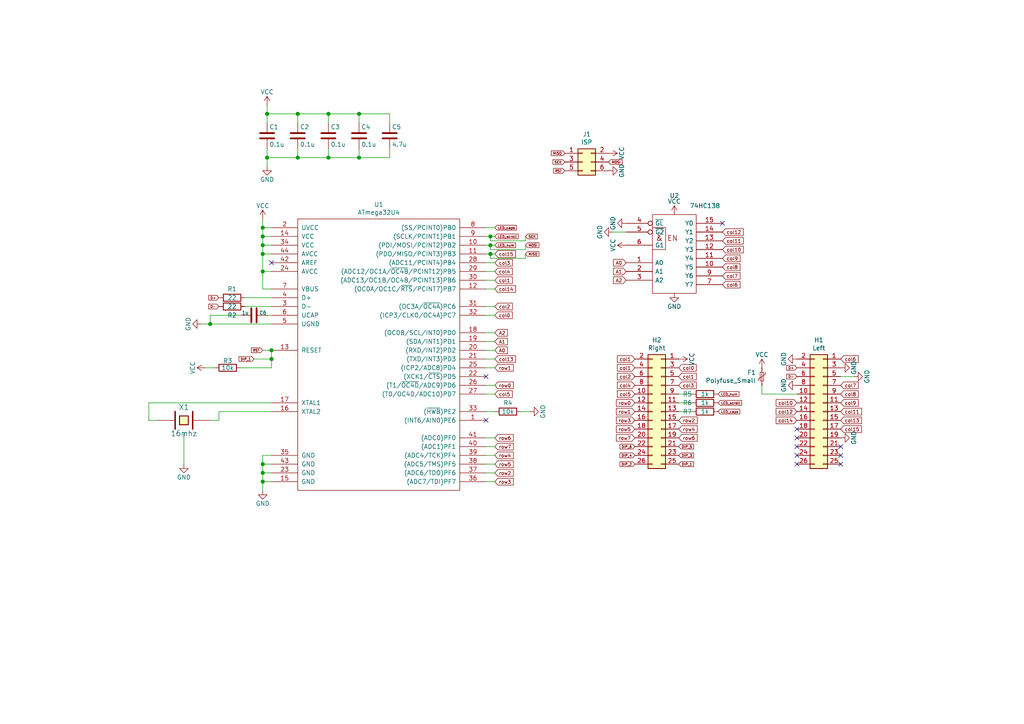
<source format=kicad_sch>
(kicad_sch (version 20210406) (generator eeschema)
  (paper "A4")
  (lib_symbols
    (symbol "74xx_IEEE:74HC237" (pin_names (offset 0.762))
      (property "Reference" "U" (at 3.81 8.89 0))
      (property "Value" "74HC237" (at 8.89 -16.51 0))
      (symbol "74HC237_0_0"
        (text "&" (at -4.318 0.762 0) (effects (font (size 1.524 1.524))))
        (text "EN" (at -0.508 0.762 0) (effects (font (size 1.524 1.524))))
        (pin power_in line (at 0 7.62 270) (length 0) hide (name "VCC") (number "16"))
      )
      (symbol "74HC237_0_1"
        (rectangle (start -6.35 7.62) (end 6.35 -15.24))
        (polyline (pts (xy -6.35 3.81) (xy -2.54 3.81) (xy -2.54 -2.54) (xy -6.35 -2.54) (xy -6.35 -2.54)))
        (pin power_in line (at 0 -15.24 90) (length 0) hide (name "GND") (number "8"))
      )
      (symbol "74HC237_1_1"
        (pin input line (at -13.97 -6.35 0) (length 7.62) (name "A0") (number "1"))
        (pin output line (at 13.97 -7.62 180) (length 7.62) (name "Y5") (number "10"))
        (pin output line (at 13.97 -5.08 180) (length 7.62) (name "Y4") (number "11"))
        (pin output line (at 13.97 -2.54 180) (length 7.62) (name "Y3") (number "12"))
        (pin output line (at 13.97 0 180) (length 7.62) (name "Y2") (number "13"))
        (pin output line (at 13.97 2.54 180) (length 7.62) (name "Y1") (number "14"))
        (pin output line (at 13.97 5.08 180) (length 7.62) (name "Y0") (number "15"))
        (pin input line (at -13.97 -8.89 0) (length 7.62) (name "A1") (number "2"))
        (pin input line (at -13.97 -11.43 0) (length 7.62) (name "A2") (number "3"))
        (pin input inverted (at -13.97 5.08 0) (length 7.62) (name "~GL") (number "4"))
        (pin input inverted (at -13.97 2.54 0) (length 7.62) (name "~G2") (number "5"))
        (pin input line (at -13.97 -1.27 0) (length 7.62) (name "G1") (number "6"))
        (pin output line (at 13.97 -12.7 180) (length 7.62) (name "Y7") (number "7"))
        (pin output line (at 13.97 -10.16 180) (length 7.62) (name "Y6") (number "9"))
      )
    )
    (symbol "Connector_Generic:Conn_02x03_Odd_Even" (pin_names (offset 1.016) hide)
      (property "Reference" "J" (at 1.27 5.08 0))
      (property "Value" "Conn_02x03_Odd_Even" (at 1.27 -5.08 0))
      (symbol "Conn_02x03_Odd_Even_1_1"
        (rectangle (start -1.27 -2.413) (end 0 -2.667) (stroke (width 0.1524)))
        (rectangle (start -1.27 0.127) (end 0 -0.127) (stroke (width 0.1524)))
        (rectangle (start -1.27 2.667) (end 0 2.413) (stroke (width 0.1524)))
        (rectangle (start 3.81 -2.413) (end 2.54 -2.667) (stroke (width 0.1524)))
        (rectangle (start 3.81 0.127) (end 2.54 -0.127) (stroke (width 0.1524)))
        (rectangle (start 3.81 2.667) (end 2.54 2.413) (stroke (width 0.1524)))
        (rectangle (start -1.27 3.81) (end 3.81 -3.81) (stroke (width 0.254)) (fill (type background)))
        (pin passive line (at -5.08 2.54 0) (length 3.81) (name "Pin_1") (number "1"))
        (pin passive line (at 7.62 2.54 180) (length 3.81) (name "Pin_2") (number "2"))
        (pin passive line (at -5.08 0 0) (length 3.81) (name "Pin_3") (number "3"))
        (pin passive line (at 7.62 0 180) (length 3.81) (name "Pin_4") (number "4"))
        (pin passive line (at -5.08 -2.54 0) (length 3.81) (name "Pin_5") (number "5"))
        (pin passive line (at 7.62 -2.54 180) (length 3.81) (name "Pin_6") (number "6"))
      )
    )
    (symbol "Connector_Generic:Conn_02x13_Odd_Even" (pin_names (offset 1.016) hide)
      (property "Reference" "J" (at 1.27 17.78 0))
      (property "Value" "Conn_02x13_Odd_Even" (at 1.27 -17.78 0))
      (symbol "Conn_02x13_Odd_Even_1_1"
        (rectangle (start -1.27 -15.113) (end 0 -15.367) (stroke (width 0.1524)))
        (rectangle (start -1.27 -12.573) (end 0 -12.827) (stroke (width 0.1524)))
        (rectangle (start -1.27 -10.033) (end 0 -10.287) (stroke (width 0.1524)))
        (rectangle (start -1.27 -7.493) (end 0 -7.747) (stroke (width 0.1524)))
        (rectangle (start -1.27 -4.953) (end 0 -5.207) (stroke (width 0.1524)))
        (rectangle (start -1.27 -2.413) (end 0 -2.667) (stroke (width 0.1524)))
        (rectangle (start -1.27 0.127) (end 0 -0.127) (stroke (width 0.1524)))
        (rectangle (start -1.27 2.667) (end 0 2.413) (stroke (width 0.1524)))
        (rectangle (start -1.27 5.207) (end 0 4.953) (stroke (width 0.1524)))
        (rectangle (start -1.27 7.747) (end 0 7.493) (stroke (width 0.1524)))
        (rectangle (start -1.27 10.287) (end 0 10.033) (stroke (width 0.1524)))
        (rectangle (start -1.27 12.827) (end 0 12.573) (stroke (width 0.1524)))
        (rectangle (start -1.27 15.367) (end 0 15.113) (stroke (width 0.1524)))
        (rectangle (start 3.81 -15.113) (end 2.54 -15.367) (stroke (width 0.1524)))
        (rectangle (start 3.81 -12.573) (end 2.54 -12.827) (stroke (width 0.1524)))
        (rectangle (start 3.81 -10.033) (end 2.54 -10.287) (stroke (width 0.1524)))
        (rectangle (start 3.81 -7.493) (end 2.54 -7.747) (stroke (width 0.1524)))
        (rectangle (start 3.81 -4.953) (end 2.54 -5.207) (stroke (width 0.1524)))
        (rectangle (start 3.81 -2.413) (end 2.54 -2.667) (stroke (width 0.1524)))
        (rectangle (start 3.81 0.127) (end 2.54 -0.127) (stroke (width 0.1524)))
        (rectangle (start 3.81 2.667) (end 2.54 2.413) (stroke (width 0.1524)))
        (rectangle (start 3.81 5.207) (end 2.54 4.953) (stroke (width 0.1524)))
        (rectangle (start 3.81 7.747) (end 2.54 7.493) (stroke (width 0.1524)))
        (rectangle (start 3.81 10.287) (end 2.54 10.033) (stroke (width 0.1524)))
        (rectangle (start 3.81 12.827) (end 2.54 12.573) (stroke (width 0.1524)))
        (rectangle (start 3.81 15.367) (end 2.54 15.113) (stroke (width 0.1524)))
        (rectangle (start -1.27 16.51) (end 3.81 -16.51) (stroke (width 0.254)) (fill (type background)))
        (pin passive line (at -5.08 15.24 0) (length 3.81) (name "Pin_1") (number "1"))
        (pin passive line (at 7.62 5.08 180) (length 3.81) (name "Pin_10") (number "10"))
        (pin passive line (at -5.08 2.54 0) (length 3.81) (name "Pin_11") (number "11"))
        (pin passive line (at 7.62 2.54 180) (length 3.81) (name "Pin_12") (number "12"))
        (pin passive line (at -5.08 0 0) (length 3.81) (name "Pin_13") (number "13"))
        (pin passive line (at 7.62 0 180) (length 3.81) (name "Pin_14") (number "14"))
        (pin passive line (at -5.08 -2.54 0) (length 3.81) (name "Pin_15") (number "15"))
        (pin passive line (at 7.62 -2.54 180) (length 3.81) (name "Pin_16") (number "16"))
        (pin passive line (at -5.08 -5.08 0) (length 3.81) (name "Pin_17") (number "17"))
        (pin passive line (at 7.62 -5.08 180) (length 3.81) (name "Pin_18") (number "18"))
        (pin passive line (at -5.08 -7.62 0) (length 3.81) (name "Pin_19") (number "19"))
        (pin passive line (at 7.62 15.24 180) (length 3.81) (name "Pin_2") (number "2"))
        (pin passive line (at 7.62 -7.62 180) (length 3.81) (name "Pin_20") (number "20"))
        (pin passive line (at -5.08 -10.16 0) (length 3.81) (name "Pin_21") (number "21"))
        (pin passive line (at 7.62 -10.16 180) (length 3.81) (name "Pin_22") (number "22"))
        (pin passive line (at -5.08 -12.7 0) (length 3.81) (name "Pin_23") (number "23"))
        (pin passive line (at 7.62 -12.7 180) (length 3.81) (name "Pin_24") (number "24"))
        (pin passive line (at -5.08 -15.24 0) (length 3.81) (name "Pin_25") (number "25"))
        (pin passive line (at 7.62 -15.24 180) (length 3.81) (name "Pin_26") (number "26"))
        (pin passive line (at -5.08 12.7 0) (length 3.81) (name "Pin_3") (number "3"))
        (pin passive line (at 7.62 12.7 180) (length 3.81) (name "Pin_4") (number "4"))
        (pin passive line (at -5.08 10.16 0) (length 3.81) (name "Pin_5") (number "5"))
        (pin passive line (at 7.62 10.16 180) (length 3.81) (name "Pin_6") (number "6"))
        (pin passive line (at -5.08 7.62 0) (length 3.81) (name "Pin_7") (number "7"))
        (pin passive line (at 7.62 7.62 180) (length 3.81) (name "Pin_8") (number "8"))
        (pin passive line (at -5.08 5.08 0) (length 3.81) (name "Pin_9") (number "9"))
      )
    )
    (symbol "Device:C" (pin_numbers hide) (pin_names (offset 0.254))
      (property "Reference" "C" (at 0.635 2.54 0))
      (property "Value" "C" (at 0.635 -2.54 0))
      (symbol "C_0_1"
        (polyline (pts (xy -2.032 -0.762) (xy 2.032 -0.762)) (stroke (width 0.508)))
        (polyline (pts (xy -2.032 0.762) (xy 2.032 0.762)) (stroke (width 0.508)))
      )
      (symbol "C_1_1"
        (pin passive line (at 0 3.81 270) (length 2.794) (name "~") (number "1"))
        (pin passive line (at 0 -3.81 90) (length 2.794) (name "~") (number "2"))
      )
    )
    (symbol "Device:Polyfuse_Small" (pin_numbers hide) (pin_names (offset 0))
      (property "Reference" "F" (at -1.905 0 90))
      (property "Value" "Polyfuse_Small" (at 1.905 0 90))
      (symbol "Polyfuse_Small_0_1"
        (rectangle (start -0.508 1.27) (end 0.508 -1.27))
        (polyline (pts (xy 0 2.54) (xy 0 -2.54)))
        (polyline (pts (xy -1.016 1.27) (xy -1.016 0.762) (xy 1.016 -0.762) (xy 1.016 -1.27)))
      )
      (symbol "Polyfuse_Small_1_1"
        (pin passive line (at 0 2.54 270) (length 0.635) (name "~") (number "1"))
        (pin passive line (at 0 -2.54 90) (length 0.635) (name "~") (number "2"))
      )
    )
    (symbol "Device:R" (pin_numbers hide) (pin_names (offset 0))
      (property "Reference" "R" (at 2.032 0 90))
      (property "Value" "R" (at 0 0 90))
      (symbol "R_0_1"
        (rectangle (start -1.016 -2.54) (end 1.016 2.54) (stroke (width 0.254)))
      )
      (symbol "R_1_1"
        (pin passive line (at 0 3.81 270) (length 1.27) (name "~") (number "1"))
        (pin passive line (at 0 -3.81 90) (length 1.27) (name "~") (number "2"))
      )
    )
    (symbol "Power:GND" (power) (pin_names (offset 0))
      (property "Value" "GND" (at 0 -3.81 0))
      (symbol "GND_0_1"
        (polyline (pts (xy 0 0) (xy 0 -1.27) (xy 1.27 -1.27) (xy 0 -2.54) (xy -1.27 -1.27) (xy 0 -1.27)))
      )
      (symbol "GND_1_1"
        (pin power_in line (at 0 0 270) (length 0) hide (name "GND") (number "1"))
      )
    )
    (symbol "Power:VCC" (power) (pin_names (offset 0))
      (property "Value" "VCC" (at 0 3.81 0))
      (symbol "VCC_0_1"
        (polyline (pts (xy -0.762 1.27) (xy 0 2.54)))
        (polyline (pts (xy 0 0) (xy 0 2.54)))
        (polyline (pts (xy 0 2.54) (xy 0.762 1.27)))
      )
      (symbol "VCC_1_1"
        (pin power_in line (at 0 0 90) (length 0) hide (name "VCC") (number "1"))
      )
    )
    (symbol "atmel:ATmega32U4" (pin_names (offset 1.016))
      (property "Reference" "U" (at -22.86 43.18 0))
      (property "Value" "ATmega32U4" (at -16.51 -39.37 0))
      (symbol "ATmega32U4_0_1"
        (rectangle (start -24.13 41.91) (end 22.86 -36.83))
      )
      (symbol "ATmega32U4_1_1"
        (pin input line (at 30.48 -16.51 180) (length 7.62) (name "(INT6/AIN0)PE6") (number "1"))
        (pin input line (at 30.48 34.29 180) (length 7.62) (name "(PDI/MOSI/PCINT2)PB2") (number "10"))
        (pin input line (at 30.48 31.75 180) (length 7.62) (name "(PDO/MISO/PCINT3)PB3") (number "11"))
        (pin input line (at 30.48 21.59 180) (length 7.62) (name "(OC0A/OC1C/~RTS~/PCINT7)PB7") (number "12"))
        (pin input line (at -31.75 3.81 0) (length 7.62) (name "RESET") (number "13"))
        (pin power_in line (at -31.75 36.83 0) (length 7.62) (name "VCC") (number "14"))
        (pin power_in line (at -31.75 -34.29 0) (length 7.62) (name "GND") (number "15"))
        (pin input line (at -31.75 -13.97 0) (length 7.62) (name "XTAL2") (number "16"))
        (pin input line (at -31.75 -11.43 0) (length 7.62) (name "XTAL1") (number "17"))
        (pin input line (at 30.48 8.89 180) (length 7.62) (name "(OC0B/SCL/INT0)PD0") (number "18"))
        (pin input line (at 30.48 6.35 180) (length 7.62) (name "(SDA/INT1)PD1") (number "19"))
        (pin input line (at -31.75 39.37 0) (length 7.62) (name "UVCC") (number "2"))
        (pin input line (at 30.48 3.81 180) (length 7.62) (name "(RXD/INT2)PD2") (number "20"))
        (pin input line (at 30.48 1.27 180) (length 7.62) (name "(TXD/INT3)PD3") (number "21"))
        (pin input line (at 30.48 -3.81 180) (length 7.62) (name "(XCK1/~CTS~)PD5") (number "22"))
        (pin power_in line (at -31.75 -31.75 0) (length 7.62) (name "GND") (number "23"))
        (pin power_in line (at -31.75 26.67 0) (length 7.62) (name "AVCC") (number "24"))
        (pin input line (at 30.48 -1.27 180) (length 7.62) (name "(ICP2/ADC8)PD4") (number "25"))
        (pin input line (at 30.48 -6.35 180) (length 7.62) (name "(T1/~OC4D~/ADC9)PD6") (number "26"))
        (pin input line (at 30.48 -8.89 180) (length 7.62) (name "(T0/OC4D/ADC10)PD7") (number "27"))
        (pin input line (at 30.48 29.21 180) (length 7.62) (name "(ADC11/PCINT4)PB4") (number "28"))
        (pin input line (at 30.48 26.67 180) (length 7.62) (name "(ADC12/OC1A/~OC4B~/PCINT12)PB5") (number "29"))
        (pin input line (at -31.75 16.51 0) (length 7.62) (name "D-") (number "3"))
        (pin input line (at 30.48 24.13 180) (length 7.62) (name "(ADC13/OC1B/OC4B/PCINT13)PB6") (number "30"))
        (pin input line (at 30.48 16.51 180) (length 7.62) (name "(OC3A/~OC4A~)PC6") (number "31"))
        (pin input line (at 30.48 13.97 180) (length 7.62) (name "(ICP3/CLK0/OC4A)PC7") (number "32"))
        (pin input line (at 30.48 -13.97 180) (length 7.62) (name "(~HWB~)PE2") (number "33"))
        (pin power_in line (at -31.75 34.29 0) (length 7.62) (name "VCC") (number "34"))
        (pin power_in line (at -31.75 -26.67 0) (length 7.62) (name "GND") (number "35"))
        (pin input line (at 30.48 -34.29 180) (length 7.62) (name "(ADC7/TDI)PF7") (number "36"))
        (pin input line (at 30.48 -31.75 180) (length 7.62) (name "(ADC6/TDO)PF6") (number "37"))
        (pin input line (at 30.48 -29.21 180) (length 7.62) (name "(ADC5/TMS)PF5") (number "38"))
        (pin input line (at 30.48 -26.67 180) (length 7.62) (name "(ADC4/TCK)PF4") (number "39"))
        (pin input line (at -31.75 19.05 0) (length 7.62) (name "D+") (number "4"))
        (pin input line (at 30.48 -24.13 180) (length 7.62) (name "(ADC1)PF1") (number "40"))
        (pin input line (at 30.48 -21.59 180) (length 7.62) (name "(ADC0)PF0") (number "41"))
        (pin input line (at -31.75 29.21 0) (length 7.62) (name "AREF") (number "42"))
        (pin power_in line (at -31.75 -29.21 0) (length 7.62) (name "GND") (number "43"))
        (pin power_in line (at -31.75 31.75 0) (length 7.62) (name "AVCC") (number "44"))
        (pin input line (at -31.75 11.43 0) (length 7.62) (name "UGND") (number "5"))
        (pin input line (at -31.75 13.97 0) (length 7.62) (name "UCAP") (number "6"))
        (pin input line (at -31.75 21.59 0) (length 7.62) (name "VBUS") (number "7"))
        (pin input line (at 30.48 39.37 180) (length 7.62) (name "(SS/PCINT0)PB0") (number "8"))
        (pin input line (at 30.48 36.83 180) (length 7.62) (name "(SCLK/PCINT1)PB1") (number "9"))
      )
    )
    (symbol "keyboard_parts:XTAL_GND" (pin_numbers hide) (pin_names (offset 1.016) hide)
      (property "Reference" "X" (at 0 3.81 0))
      (property "Value" "XTAL_GND" (at 0 -3.81 0))
      (symbol "XTAL_GND_0_1"
        (polyline (pts (xy -2.54 2.54) (xy -2.54 -2.54)) (stroke (width 0.4064)))
        (polyline (pts (xy 2.54 2.54) (xy 2.54 -2.54)) (stroke (width 0.4064)))
        (polyline (pts (xy -1.27 1.27) (xy 1.27 1.27) (xy 1.27 -1.27) (xy -1.27 -1.27) (xy -1.27 1.27)) (stroke (width 0.3048)) (fill (type background)))
      )
      (symbol "XTAL_GND_1_1"
        (pin passive line (at -7.62 0 0) (length 5.08) (name "1") (number "1"))
        (pin passive line (at 7.62 0 180) (length 5.08) (name "2") (number "2"))
        (pin passive line (at 0 -5.08 90) (length 1.27) (name "~") (number "3"))
      )
    )
  )
  (junction (at 60.96 93.98) (diameter 1.016))
  (junction (at 76.2 66.04) (diameter 1.016))
  (junction (at 76.2 68.58) (diameter 1.016))
  (junction (at 76.2 71.12) (diameter 1.016))
  (junction (at 76.2 73.66) (diameter 1.016))
  (junction (at 76.2 78.74) (diameter 1.016))
  (junction (at 76.2 134.62) (diameter 1.016))
  (junction (at 76.2 137.16) (diameter 1.016))
  (junction (at 76.2 139.7) (diameter 1.016))
  (junction (at 77.47 33.02) (diameter 1.016))
  (junction (at 77.47 45.72) (diameter 1.016))
  (junction (at 78.74 101.6) (diameter 1.016))
  (junction (at 78.74 104.14) (diameter 1.016))
  (junction (at 86.36 33.02) (diameter 1.016))
  (junction (at 86.36 45.72) (diameter 1.016))
  (junction (at 95.25 33.02) (diameter 1.016))
  (junction (at 95.25 45.72) (diameter 1.016))
  (junction (at 104.14 33.02) (diameter 1.016))
  (junction (at 104.14 45.72) (diameter 1.016))
  (junction (at 142.24 68.58) (diameter 1.016))
  (junction (at 142.24 71.12) (diameter 1.016))
  (junction (at 142.24 73.66) (diameter 1.016))
  (no_connect (at 78.74 76.2))
  (no_connect (at 140.97 109.22))
  (no_connect (at 140.97 121.92))
  (no_connect (at 209.55 64.77))
  (no_connect (at 231.14 124.46))
  (no_connect (at 231.14 127))
  (no_connect (at 231.14 129.54))
  (no_connect (at 231.14 132.08))
  (no_connect (at 231.14 134.62))
  (no_connect (at 243.84 129.54))
  (no_connect (at 243.84 132.08))
  (no_connect (at 243.84 134.62))
  (wire (pts (xy 43.18 116.84) (xy 43.18 121.92)))
  (wire (pts (xy 43.18 116.84) (xy 78.74 116.84)))
  (wire (pts (xy 45.72 121.92) (xy 43.18 121.92)))
  (wire (pts (xy 53.34 127) (xy 53.34 134.62)))
  (wire (pts (xy 58.42 93.98) (xy 60.96 93.98)))
  (wire (pts (xy 59.69 106.68) (xy 62.23 106.68)))
  (wire (pts (xy 60.96 91.44) (xy 60.96 93.98)))
  (wire (pts (xy 60.96 91.44) (xy 69.85 91.44)))
  (wire (pts (xy 60.96 93.98) (xy 78.74 93.98)))
  (wire (pts (xy 60.96 121.92) (xy 63.5 121.92)))
  (wire (pts (xy 63.5 119.38) (xy 63.5 121.92)))
  (wire (pts (xy 63.5 119.38) (xy 78.74 119.38)))
  (wire (pts (xy 71.12 86.36) (xy 78.74 86.36)))
  (wire (pts (xy 71.12 88.9) (xy 78.74 88.9)))
  (wire (pts (xy 76.2 63.5) (xy 76.2 66.04)))
  (wire (pts (xy 76.2 66.04) (xy 76.2 68.58)))
  (wire (pts (xy 76.2 68.58) (xy 76.2 71.12)))
  (wire (pts (xy 76.2 71.12) (xy 76.2 73.66)))
  (wire (pts (xy 76.2 73.66) (xy 76.2 78.74)))
  (wire (pts (xy 76.2 78.74) (xy 78.74 78.74)))
  (wire (pts (xy 76.2 83.82) (xy 76.2 78.74)))
  (wire (pts (xy 76.2 83.82) (xy 78.74 83.82)))
  (wire (pts (xy 76.2 101.6) (xy 78.74 101.6)))
  (wire (pts (xy 76.2 132.08) (xy 78.74 132.08)))
  (wire (pts (xy 76.2 134.62) (xy 76.2 132.08)))
  (wire (pts (xy 76.2 134.62) (xy 78.74 134.62)))
  (wire (pts (xy 76.2 137.16) (xy 76.2 134.62)))
  (wire (pts (xy 76.2 139.7) (xy 76.2 137.16)))
  (wire (pts (xy 76.2 142.24) (xy 76.2 139.7)))
  (wire (pts (xy 77.47 30.48) (xy 77.47 33.02)))
  (wire (pts (xy 77.47 33.02) (xy 77.47 35.56)))
  (wire (pts (xy 77.47 33.02) (xy 86.36 33.02)))
  (wire (pts (xy 77.47 43.18) (xy 77.47 45.72)))
  (wire (pts (xy 77.47 45.72) (xy 77.47 48.26)))
  (wire (pts (xy 77.47 45.72) (xy 86.36 45.72)))
  (wire (pts (xy 78.74 66.04) (xy 76.2 66.04)))
  (wire (pts (xy 78.74 68.58) (xy 76.2 68.58)))
  (wire (pts (xy 78.74 71.12) (xy 76.2 71.12)))
  (wire (pts (xy 78.74 73.66) (xy 76.2 73.66)))
  (wire (pts (xy 78.74 91.44) (xy 77.47 91.44)))
  (wire (pts (xy 78.74 101.6) (xy 78.74 104.14)))
  (wire (pts (xy 78.74 104.14) (xy 73.66 104.14)))
  (wire (pts (xy 78.74 104.14) (xy 78.74 106.68)))
  (wire (pts (xy 78.74 106.68) (xy 69.85 106.68)))
  (wire (pts (xy 78.74 137.16) (xy 76.2 137.16)))
  (wire (pts (xy 78.74 139.7) (xy 76.2 139.7)))
  (wire (pts (xy 86.36 33.02) (xy 86.36 35.56)))
  (wire (pts (xy 86.36 33.02) (xy 95.25 33.02)))
  (wire (pts (xy 86.36 43.18) (xy 86.36 45.72)))
  (wire (pts (xy 86.36 45.72) (xy 95.25 45.72)))
  (wire (pts (xy 95.25 33.02) (xy 95.25 35.56)))
  (wire (pts (xy 95.25 33.02) (xy 104.14 33.02)))
  (wire (pts (xy 95.25 45.72) (xy 95.25 43.18)))
  (wire (pts (xy 95.25 45.72) (xy 104.14 45.72)))
  (wire (pts (xy 104.14 33.02) (xy 104.14 35.56)))
  (wire (pts (xy 104.14 33.02) (xy 113.03 33.02)))
  (wire (pts (xy 104.14 45.72) (xy 104.14 43.18)))
  (wire (pts (xy 104.14 45.72) (xy 113.03 45.72)))
  (wire (pts (xy 113.03 33.02) (xy 113.03 35.56)))
  (wire (pts (xy 113.03 45.72) (xy 113.03 43.18)))
  (wire (pts (xy 140.97 66.04) (xy 143.51 66.04)))
  (wire (pts (xy 140.97 68.58) (xy 142.24 68.58)))
  (wire (pts (xy 140.97 71.12) (xy 142.24 71.12)))
  (wire (pts (xy 140.97 73.66) (xy 142.24 73.66)))
  (wire (pts (xy 140.97 76.2) (xy 143.51 76.2)))
  (wire (pts (xy 140.97 81.28) (xy 143.51 81.28)))
  (wire (pts (xy 140.97 83.82) (xy 143.51 83.82)))
  (wire (pts (xy 140.97 91.44) (xy 143.51 91.44)))
  (wire (pts (xy 140.97 96.52) (xy 143.51 96.52)))
  (wire (pts (xy 140.97 99.06) (xy 143.51 99.06)))
  (wire (pts (xy 140.97 101.6) (xy 143.51 101.6)))
  (wire (pts (xy 140.97 104.14) (xy 143.51 104.14)))
  (wire (pts (xy 140.97 106.68) (xy 143.51 106.68)))
  (wire (pts (xy 140.97 114.3) (xy 143.51 114.3)))
  (wire (pts (xy 140.97 119.38) (xy 143.51 119.38)))
  (wire (pts (xy 140.97 127) (xy 143.51 127)))
  (wire (pts (xy 140.97 129.54) (xy 143.51 129.54)))
  (wire (pts (xy 142.24 68.58) (xy 142.24 69.85)))
  (wire (pts (xy 142.24 68.58) (xy 143.51 68.58)))
  (wire (pts (xy 142.24 69.85) (xy 152.4 69.85)))
  (wire (pts (xy 142.24 71.12) (xy 143.51 71.12)))
  (wire (pts (xy 142.24 72.39) (xy 142.24 71.12)))
  (wire (pts (xy 142.24 73.66) (xy 142.24 74.93)))
  (wire (pts (xy 142.24 73.66) (xy 143.51 73.66)))
  (wire (pts (xy 142.24 74.93) (xy 152.4 74.93)))
  (wire (pts (xy 143.51 78.74) (xy 140.97 78.74)))
  (wire (pts (xy 143.51 88.9) (xy 140.97 88.9)))
  (wire (pts (xy 143.51 111.76) (xy 140.97 111.76)))
  (wire (pts (xy 143.51 132.08) (xy 140.97 132.08)))
  (wire (pts (xy 143.51 134.62) (xy 140.97 134.62)))
  (wire (pts (xy 143.51 137.16) (xy 140.97 137.16)))
  (wire (pts (xy 143.51 139.7) (xy 140.97 139.7)))
  (wire (pts (xy 151.13 119.38) (xy 153.67 119.38)))
  (wire (pts (xy 152.4 69.85) (xy 152.4 68.58)))
  (wire (pts (xy 152.4 71.12) (xy 152.4 72.39)))
  (wire (pts (xy 152.4 72.39) (xy 142.24 72.39)))
  (wire (pts (xy 152.4 74.93) (xy 152.4 73.66)))
  (wire (pts (xy 177.8 67.31) (xy 181.61 67.31)))
  (wire (pts (xy 196.85 119.38) (xy 200.66 119.38)))
  (wire (pts (xy 200.66 114.3) (xy 196.85 114.3)))
  (wire (pts (xy 200.66 116.84) (xy 196.85 116.84)))
  (wire (pts (xy 220.98 114.3) (xy 220.98 111.76)))
  (wire (pts (xy 231.14 114.3) (xy 220.98 114.3)))
  (wire (pts (xy 247.65 109.22) (xy 243.84 109.22)))
  (global_label "D+" (shape input) (at 63.5 86.36 180) (effects (font (size 0.7112 0.7112))) (property "Intersheet References" "${INTERSHEET_REFS}" (effects hide)))
  (global_label "D-" (shape input) (at 63.5 88.9 180) (effects (font (size 0.7112 0.7112))) (property "Intersheet References" "${INTERSHEET_REFS}" (effects hide)))
  (global_label "DIP_1" (shape input) (at 73.66 104.14 180) (effects (font (size 0.7112 0.7112))) (property "Intersheet References" "${INTERSHEET_REFS}" (effects hide)))
  (global_label "RST" (shape input) (at 76.2 101.6 180) (effects (font (size 0.7112 0.7112))) (property "Intersheet References" "${INTERSHEET_REFS}" (effects hide)))
  (global_label "LED_caps" (shape input) (at 143.51 66.04 0) (effects (font (size 0.7112 0.7112))) (property "Intersheet References" "${INTERSHEET_REFS}" (effects hide)))
  (global_label "LED_scroll" (shape input) (at 143.51 68.58 0) (effects (font (size 0.7112 0.7112))) (property "Intersheet References" "${INTERSHEET_REFS}" (effects hide)))
  (global_label "LED_num" (shape input) (at 143.51 71.12 0) (effects (font (size 0.7112 0.7112))) (property "Intersheet References" "${INTERSHEET_REFS}" (effects hide)))
  (global_label "col15" (shape input) (at 143.51 73.66 0) (effects (font (size 0.9906 0.9906))) (property "Intersheet References" "${INTERSHEET_REFS}" (effects hide)))
  (global_label "col3" (shape input) (at 143.51 76.2 0) (effects (font (size 0.9906 0.9906))) (property "Intersheet References" "${INTERSHEET_REFS}" (effects hide)))
  (global_label "col4" (shape input) (at 143.51 78.74 0) (effects (font (size 0.9906 0.9906))) (property "Intersheet References" "${INTERSHEET_REFS}" (effects hide)))
  (global_label "col1" (shape input) (at 143.51 81.28 0) (effects (font (size 0.9906 0.9906))) (property "Intersheet References" "${INTERSHEET_REFS}" (effects hide)))
  (global_label "col14" (shape input) (at 143.51 83.82 0) (effects (font (size 0.9906 0.9906))) (property "Intersheet References" "${INTERSHEET_REFS}" (effects hide)))
  (global_label "col2" (shape input) (at 143.51 88.9 0) (effects (font (size 0.9906 0.9906))) (property "Intersheet References" "${INTERSHEET_REFS}" (effects hide)))
  (global_label "col0" (shape input) (at 143.51 91.44 0) (effects (font (size 0.9906 0.9906))) (property "Intersheet References" "${INTERSHEET_REFS}" (effects hide)))
  (global_label "A2" (shape input) (at 143.51 96.52 0) (effects (font (size 0.9906 0.9906))) (property "Intersheet References" "${INTERSHEET_REFS}" (effects hide)))
  (global_label "A1" (shape input) (at 143.51 99.06 0) (effects (font (size 0.9906 0.9906))) (property "Intersheet References" "${INTERSHEET_REFS}" (effects hide)))
  (global_label "A0" (shape input) (at 143.51 101.6 0) (effects (font (size 0.9906 0.9906))) (property "Intersheet References" "${INTERSHEET_REFS}" (effects hide)))
  (global_label "col13" (shape input) (at 143.51 104.14 0) (effects (font (size 0.9906 0.9906))) (property "Intersheet References" "${INTERSHEET_REFS}" (effects hide)))
  (global_label "row1" (shape input) (at 143.51 106.68 0) (effects (font (size 0.9906 0.9906))) (property "Intersheet References" "${INTERSHEET_REFS}" (effects hide)))
  (global_label "row0" (shape input) (at 143.51 111.76 0) (effects (font (size 0.9906 0.9906))) (property "Intersheet References" "${INTERSHEET_REFS}" (effects hide)))
  (global_label "col5" (shape input) (at 143.51 114.3 0) (effects (font (size 0.9906 0.9906))) (property "Intersheet References" "${INTERSHEET_REFS}" (effects hide)))
  (global_label "row6" (shape input) (at 143.51 127 0) (effects (font (size 0.9906 0.9906))) (property "Intersheet References" "${INTERSHEET_REFS}" (effects hide)))
  (global_label "row7" (shape input) (at 143.51 129.54 0) (effects (font (size 0.9906 0.9906))) (property "Intersheet References" "${INTERSHEET_REFS}" (effects hide)))
  (global_label "row4" (shape input) (at 143.51 132.08 0) (effects (font (size 0.9906 0.9906))) (property "Intersheet References" "${INTERSHEET_REFS}" (effects hide)))
  (global_label "row5" (shape input) (at 143.51 134.62 0) (effects (font (size 0.9906 0.9906))) (property "Intersheet References" "${INTERSHEET_REFS}" (effects hide)))
  (global_label "row2" (shape input) (at 143.51 137.16 0) (effects (font (size 0.9906 0.9906))) (property "Intersheet References" "${INTERSHEET_REFS}" (effects hide)))
  (global_label "row3" (shape input) (at 143.51 139.7 0) (effects (font (size 0.9906 0.9906))) (property "Intersheet References" "${INTERSHEET_REFS}" (effects hide)))
  (global_label "SCK" (shape input) (at 152.4 68.58 0) (effects (font (size 0.7112 0.7112))) (property "Intersheet References" "${INTERSHEET_REFS}" (effects hide)))
  (global_label "MOSI" (shape input) (at 152.4 71.12 0) (effects (font (size 0.7112 0.7112))) (property "Intersheet References" "${INTERSHEET_REFS}" (effects hide)))
  (global_label "MISO" (shape input) (at 152.4 73.66 0) (effects (font (size 0.7112 0.7112))) (property "Intersheet References" "${INTERSHEET_REFS}" (effects hide)))
  (global_label "MISO" (shape input) (at 163.83 44.45 180) (effects (font (size 0.7112 0.7112))) (property "Intersheet References" "${INTERSHEET_REFS}" (effects hide)))
  (global_label "SCK" (shape input) (at 163.83 46.99 180) (effects (font (size 0.7112 0.7112))) (property "Intersheet References" "${INTERSHEET_REFS}" (effects hide)))
  (global_label "RST" (shape input) (at 163.83 49.53 180) (effects (font (size 0.7112 0.7112))) (property "Intersheet References" "${INTERSHEET_REFS}" (effects hide)))
  (global_label "MOSI" (shape input) (at 176.53 46.99 0) (effects (font (size 0.7112 0.7112))) (property "Intersheet References" "${INTERSHEET_REFS}" (effects hide)))
  (global_label "A0" (shape input) (at 181.61 76.2 180) (effects (font (size 0.9906 0.9906))) (property "Intersheet References" "${INTERSHEET_REFS}" (effects hide)))
  (global_label "A1" (shape input) (at 181.61 78.74 180) (effects (font (size 0.9906 0.9906))) (property "Intersheet References" "${INTERSHEET_REFS}" (effects hide)))
  (global_label "A2" (shape input) (at 181.61 81.28 180) (effects (font (size 0.9906 0.9906))) (property "Intersheet References" "${INTERSHEET_REFS}" (effects hide)))
  (global_label "col1" (shape input) (at 184.15 104.14 180) (effects (font (size 0.9906 0.9906))) (property "Intersheet References" "${INTERSHEET_REFS}" (effects hide)))
  (global_label "col1" (shape input) (at 184.15 106.68 180) (effects (font (size 0.9906 0.9906))) (property "Intersheet References" "${INTERSHEET_REFS}" (effects hide)))
  (global_label "col2" (shape input) (at 184.15 109.22 180) (effects (font (size 0.9906 0.9906))) (property "Intersheet References" "${INTERSHEET_REFS}" (effects hide)))
  (global_label "col4" (shape input) (at 184.15 111.76 180) (effects (font (size 0.9906 0.9906))) (property "Intersheet References" "${INTERSHEET_REFS}" (effects hide)))
  (global_label "col5" (shape input) (at 184.15 114.3 180) (effects (font (size 0.9906 0.9906))) (property "Intersheet References" "${INTERSHEET_REFS}" (effects hide)))
  (global_label "row0" (shape input) (at 184.15 116.84 180) (effects (font (size 0.9906 0.9906))) (property "Intersheet References" "${INTERSHEET_REFS}" (effects hide)))
  (global_label "row1" (shape input) (at 184.15 119.38 180) (effects (font (size 0.9906 0.9906))) (property "Intersheet References" "${INTERSHEET_REFS}" (effects hide)))
  (global_label "row3" (shape input) (at 184.15 121.92 180) (effects (font (size 0.9906 0.9906))) (property "Intersheet References" "${INTERSHEET_REFS}" (effects hide)))
  (global_label "row5" (shape input) (at 184.15 124.46 180) (effects (font (size 0.9906 0.9906))) (property "Intersheet References" "${INTERSHEET_REFS}" (effects hide)))
  (global_label "row7" (shape input) (at 184.15 127 180) (effects (font (size 0.9906 0.9906))) (property "Intersheet References" "${INTERSHEET_REFS}" (effects hide)))
  (global_label "DIP_6" (shape input) (at 184.15 129.54 180) (effects (font (size 0.7112 0.7112))) (property "Intersheet References" "${INTERSHEET_REFS}" (effects hide)))
  (global_label "DIP_4" (shape input) (at 184.15 132.08 180) (effects (font (size 0.7112 0.7112))) (property "Intersheet References" "${INTERSHEET_REFS}" (effects hide)))
  (global_label "DIP_2" (shape input) (at 184.15 134.62 180) (effects (font (size 0.7112 0.7112))) (property "Intersheet References" "${INTERSHEET_REFS}" (effects hide)))
  (global_label "col0" (shape input) (at 196.85 106.68 0) (effects (font (size 0.9906 0.9906))) (property "Intersheet References" "${INTERSHEET_REFS}" (effects hide)))
  (global_label "col1" (shape input) (at 196.85 109.22 0) (effects (font (size 0.9906 0.9906))) (property "Intersheet References" "${INTERSHEET_REFS}" (effects hide)))
  (global_label "col3" (shape input) (at 196.85 111.76 0) (effects (font (size 0.9906 0.9906))) (property "Intersheet References" "${INTERSHEET_REFS}" (effects hide)))
  (global_label "row2" (shape input) (at 196.85 121.92 0) (effects (font (size 0.9906 0.9906))) (property "Intersheet References" "${INTERSHEET_REFS}" (effects hide)))
  (global_label "row4" (shape input) (at 196.85 124.46 0) (effects (font (size 0.9906 0.9906))) (property "Intersheet References" "${INTERSHEET_REFS}" (effects hide)))
  (global_label "row6" (shape input) (at 196.85 127 0) (effects (font (size 0.9906 0.9906))) (property "Intersheet References" "${INTERSHEET_REFS}" (effects hide)))
  (global_label "DIP_5" (shape input) (at 196.85 129.54 0) (effects (font (size 0.7112 0.7112))) (property "Intersheet References" "${INTERSHEET_REFS}" (effects hide)))
  (global_label "DIP_3" (shape input) (at 196.85 132.08 0) (effects (font (size 0.7112 0.7112))) (property "Intersheet References" "${INTERSHEET_REFS}" (effects hide)))
  (global_label "DIP_1" (shape input) (at 196.85 134.62 0) (effects (font (size 0.7112 0.7112))) (property "Intersheet References" "${INTERSHEET_REFS}" (effects hide)))
  (global_label "LED_num" (shape input) (at 208.28 114.3 0) (effects (font (size 0.7112 0.7112))) (property "Intersheet References" "${INTERSHEET_REFS}" (effects hide)))
  (global_label "LED_scroll" (shape input) (at 208.28 116.84 0) (effects (font (size 0.7112 0.7112))) (property "Intersheet References" "${INTERSHEET_REFS}" (effects hide)))
  (global_label "LED_caps" (shape input) (at 208.28 119.38 0) (effects (font (size 0.7112 0.7112))) (property "Intersheet References" "${INTERSHEET_REFS}" (effects hide)))
  (global_label "col12" (shape input) (at 209.55 67.31 0) (effects (font (size 0.9906 0.9906))) (property "Intersheet References" "${INTERSHEET_REFS}" (effects hide)))
  (global_label "col11" (shape input) (at 209.55 69.85 0) (effects (font (size 0.9906 0.9906))) (property "Intersheet References" "${INTERSHEET_REFS}" (effects hide)))
  (global_label "col10" (shape input) (at 209.55 72.39 0) (effects (font (size 0.9906 0.9906))) (property "Intersheet References" "${INTERSHEET_REFS}" (effects hide)))
  (global_label "col9" (shape input) (at 209.55 74.93 0) (effects (font (size 0.9906 0.9906))) (property "Intersheet References" "${INTERSHEET_REFS}" (effects hide)))
  (global_label "col8" (shape input) (at 209.55 77.47 0) (effects (font (size 0.9906 0.9906))) (property "Intersheet References" "${INTERSHEET_REFS}" (effects hide)))
  (global_label "col7" (shape input) (at 209.55 80.01 0) (effects (font (size 0.9906 0.9906))) (property "Intersheet References" "${INTERSHEET_REFS}" (effects hide)))
  (global_label "col6" (shape input) (at 209.55 82.55 0) (effects (font (size 0.9906 0.9906))) (property "Intersheet References" "${INTERSHEET_REFS}" (effects hide)))
  (global_label "D+" (shape input) (at 231.14 106.68 180) (effects (font (size 0.7112 0.7112))) (property "Intersheet References" "${INTERSHEET_REFS}" (effects hide)))
  (global_label "D-" (shape input) (at 231.14 109.22 180) (effects (font (size 0.7112 0.7112))) (property "Intersheet References" "${INTERSHEET_REFS}" (effects hide)))
  (global_label "col10" (shape input) (at 231.14 116.84 180) (effects (font (size 0.9906 0.9906))) (property "Intersheet References" "${INTERSHEET_REFS}" (effects hide)))
  (global_label "col12" (shape input) (at 231.14 119.38 180) (effects (font (size 0.9906 0.9906))) (property "Intersheet References" "${INTERSHEET_REFS}" (effects hide)))
  (global_label "col14" (shape input) (at 231.14 121.92 180) (effects (font (size 0.9906 0.9906))) (property "Intersheet References" "${INTERSHEET_REFS}" (effects hide)))
  (global_label "col6" (shape input) (at 243.84 104.14 0) (effects (font (size 0.9906 0.9906))) (property "Intersheet References" "${INTERSHEET_REFS}" (effects hide)))
  (global_label "col7" (shape input) (at 243.84 111.76 0) (effects (font (size 0.9906 0.9906))) (property "Intersheet References" "${INTERSHEET_REFS}" (effects hide)))
  (global_label "col8" (shape input) (at 243.84 114.3 0) (effects (font (size 0.9906 0.9906))) (property "Intersheet References" "${INTERSHEET_REFS}" (effects hide)))
  (global_label "col9" (shape input) (at 243.84 116.84 0) (effects (font (size 0.9906 0.9906))) (property "Intersheet References" "${INTERSHEET_REFS}" (effects hide)))
  (global_label "col11" (shape input) (at 243.84 119.38 0) (effects (font (size 0.9906 0.9906))) (property "Intersheet References" "${INTERSHEET_REFS}" (effects hide)))
  (global_label "col13" (shape input) (at 243.84 121.92 0) (effects (font (size 0.9906 0.9906))) (property "Intersheet References" "${INTERSHEET_REFS}" (effects hide)))
  (global_label "col15" (shape input) (at 243.84 124.46 0) (effects (font (size 0.9906 0.9906))) (property "Intersheet References" "${INTERSHEET_REFS}" (effects hide)))
  (symbol (lib_id "Power:VCC") (at 59.69 106.68 90) (unit 1)
    (property "Reference" "#PWR04" (effects hide))
    (property "Value" "VCC" (at 55.88 106.68 0))
  )
  (symbol (lib_id "Power:VCC") (at 76.2 63.5 0) (unit 1)
    (property "Reference" "#PWR0102" (effects hide))
    (property "Value" "VCC" (at 76.2 59.69 0))
  )
  (symbol (lib_id "Power:VCC") (at 77.47 30.48 0) (unit 1)
    (property "Reference" "#PWR02" (effects hide))
    (property "Value" "VCC" (at 77.47 26.67 0))
  )
  (symbol (lib_id "Power:VCC") (at 176.53 44.45 270) (unit 1)
    (property "Reference" "#PWR0109" (effects hide))
    (property "Value" "VCC" (at 180.34 44.45 0))
  )
  (symbol (lib_id "Power:VCC") (at 181.61 71.12 90) (unit 1)
    (property "Reference" "#PWR0113" (effects hide))
    (property "Value" "VCC" (at 177.8 71.12 0))
  )
  (symbol (lib_id "Power:VCC") (at 195.58 62.23 0) (unit 1)
    (property "Reference" "#PWR0114" (effects hide))
    (property "Value" "VCC" (at 195.58 58.42 0))
  )
  (symbol (lib_id "Power:VCC") (at 196.85 104.14 270) (mirror x) (unit 1)
    (property "Reference" "#PWR0108" (effects hide))
    (property "Value" "VCC" (at 200.66 104.14 0))
  )
  (symbol (lib_id "Power:VCC") (at 220.98 106.68 0) (unit 1)
    (property "Reference" "#PWR0107" (effects hide))
    (property "Value" "VCC" (at 220.98 102.87 0))
  )
  (symbol (lib_id "Power:GND") (at 53.34 134.62 0) (unit 1)
    (property "Reference" "#PWR01" (effects hide))
    (property "Value" "GND" (at 53.34 138.43 0))
  )
  (symbol (lib_id "Power:GND") (at 58.42 93.98 270) (mirror x) (unit 1)
    (property "Reference" "#PWR08" (effects hide))
    (property "Value" "GND" (at 54.61 93.98 0))
  )
  (symbol (lib_id "Power:GND") (at 76.2 142.24 0) (unit 1)
    (property "Reference" "#PWR017" (effects hide))
    (property "Value" "GND" (at 76.2 146.05 0))
  )
  (symbol (lib_id "Power:GND") (at 77.47 48.26 0) (unit 1)
    (property "Reference" "#PWR03" (effects hide))
    (property "Value" "GND" (at 77.47 52.07 0))
  )
  (symbol (lib_id "Power:GND") (at 153.67 119.38 90) (unit 1)
    (property "Reference" "#PWR06" (effects hide))
    (property "Value" "GND" (at 157.48 119.38 0))
  )
  (symbol (lib_id "Power:GND") (at 176.53 49.53 90) (unit 1)
    (property "Reference" "#PWR0110" (effects hide))
    (property "Value" "GND" (at 180.34 49.53 0))
  )
  (symbol (lib_id "Power:GND") (at 177.8 67.31 270) (unit 1)
    (property "Reference" "#PWR0112" (effects hide))
    (property "Value" "GND" (at 173.99 67.31 0))
  )
  (symbol (lib_id "Power:GND") (at 181.61 64.77 270) (unit 1)
    (property "Reference" "#PWR0111" (effects hide))
    (property "Value" "GND" (at 177.8 64.77 0))
  )
  (symbol (lib_id "Power:GND") (at 195.58 85.09 0) (unit 1)
    (property "Reference" "#PWR0115" (effects hide))
    (property "Value" "GND" (at 195.58 88.9 0))
  )
  (symbol (lib_id "Power:GND") (at 231.14 104.14 270) (mirror x) (unit 1)
    (property "Reference" "#PWR0101" (effects hide))
    (property "Value" "GND" (at 227.33 104.14 0))
  )
  (symbol (lib_id "Power:GND") (at 231.14 111.76 270) (mirror x) (unit 1)
    (property "Reference" "#PWR0105" (effects hide))
    (property "Value" "GND" (at 227.33 111.76 0))
  )
  (symbol (lib_id "Power:GND") (at 243.84 106.68 90) (unit 1)
    (property "Reference" "#PWR0103" (effects hide))
    (property "Value" "GND" (at 247.65 106.68 0))
  )
  (symbol (lib_id "Power:GND") (at 243.84 127 90) (unit 1)
    (property "Reference" "#PWR0106" (effects hide))
    (property "Value" "GND" (at 247.65 127 0))
  )
  (symbol (lib_id "Power:GND") (at 247.65 109.22 90) (unit 1)
    (property "Reference" "#PWR0104" (effects hide))
    (property "Value" "GND" (at 251.46 109.22 0))
  )
  (symbol (lib_id "Device:Polyfuse_Small") (at 220.98 109.22 0) (mirror y) (unit 1)
    (property "Reference" "F1" (at 219.2528 108.0516 0) (effects (justify left)))
    (property "Value" "Polyfuse_Small" (at 219.2528 110.363 0) (effects (justify left)))
    (property "Footprint" "Keeb_components:R_0805" (effects hide))
  )
  (symbol (lib_id "Device:R") (at 66.04 106.68 90) (unit 1)
    (property "Reference" "R3" (at 66.04 104.648 90))
    (property "Value" "10k" (at 66.04 106.68 90))
    (property "Footprint" "Keeb_components:R_0603" (effects hide))
  )
  (symbol (lib_id "Device:R") (at 67.31 86.36 270) (unit 1)
    (property "Reference" "R1" (at 67.31 83.82 90))
    (property "Value" "22" (at 67.31 86.36 90))
    (property "Footprint" "Keeb_components:R_0603" (effects hide))
  )
  (symbol (lib_id "Device:R") (at 67.31 88.9 270) (unit 1)
    (property "Reference" "R2" (at 67.31 91.44 90))
    (property "Value" "22" (at 67.31 88.9 90))
    (property "Footprint" "Keeb_components:R_0603" (effects hide))
  )
  (symbol (lib_id "Device:R") (at 147.32 119.38 90) (mirror x) (unit 1)
    (property "Reference" "R4" (at 147.32 116.84 90))
    (property "Value" "10k" (at 147.32 119.38 90))
    (property "Footprint" "Keeb_components:R_0603" (effects hide))
  )
  (symbol (lib_id "Device:R") (at 204.47 114.3 90) (mirror x) (unit 1)
    (property "Reference" "R5" (at 199.39 114.3 90))
    (property "Value" "1k" (at 204.47 114.3 90))
    (property "Footprint" "Keeb_components:R_0603" (effects hide))
  )
  (symbol (lib_id "Device:R") (at 204.47 116.84 90) (mirror x) (unit 1)
    (property "Reference" "R6" (at 199.39 116.84 90))
    (property "Value" "1k" (at 204.47 116.84 90))
    (property "Footprint" "Keeb_components:R_0603" (effects hide))
  )
  (symbol (lib_id "Device:R") (at 204.47 119.38 90) (mirror x) (unit 1)
    (property "Reference" "R7" (at 199.39 119.38 90))
    (property "Value" "1k" (at 204.47 119.38 90))
    (property "Footprint" "Keeb_components:R_0603" (effects hide))
  )
  (symbol (lib_id "Device:C") (at 73.66 91.44 270) (mirror x) (unit 1)
    (property "Reference" "C6" (at 75.2094 90.7288 90) (effects (font (size 0.9906 0.9906)) (justify left)))
    (property "Value" "1u" (at 70.1294 90.7288 90) (effects (font (size 0.9906 0.9906)) (justify left)))
    (property "Footprint" "Keeb_components:C_0603" (effects hide))
  )
  (symbol (lib_id "Device:C") (at 77.47 39.37 0) (unit 1)
    (property "Reference" "C1" (at 78.105 36.83 0) (effects (justify left)))
    (property "Value" "0.1u" (at 78.105 41.91 0) (effects (justify left)))
    (property "Footprint" "Keeb_components:C_0603" (effects hide))
  )
  (symbol (lib_id "Device:C") (at 86.36 39.37 0) (unit 1)
    (property "Reference" "C2" (at 86.995 36.83 0) (effects (justify left)))
    (property "Value" "0.1u" (at 86.995 41.91 0) (effects (justify left)))
    (property "Footprint" "Keeb_components:C_0603" (effects hide))
  )
  (symbol (lib_id "Device:C") (at 95.25 39.37 0) (unit 1)
    (property "Reference" "C3" (at 95.885 36.83 0) (effects (justify left)))
    (property "Value" "0.1u" (at 95.885 41.91 0) (effects (justify left)))
    (property "Footprint" "Keeb_components:C_0603" (effects hide))
  )
  (symbol (lib_id "Device:C") (at 104.14 39.37 0) (unit 1)
    (property "Reference" "C4" (at 104.775 36.83 0) (effects (justify left)))
    (property "Value" "0.1u" (at 104.775 41.91 0) (effects (justify left)))
    (property "Footprint" "Keeb_components:C_0603" (effects hide))
  )
  (symbol (lib_id "Device:C") (at 113.03 39.37 0) (unit 1)
    (property "Reference" "C5" (at 113.665 36.83 0) (effects (justify left)))
    (property "Value" "4.7u" (at 113.665 41.91 0) (effects (justify left)))
    (property "Footprint" "Keeb_components:C_0805" (effects hide))
  )
  (symbol (lib_id "Connector_Generic:Conn_02x03_Odd_Even") (at 168.91 46.99 0) (unit 1)
    (property "Reference" "J1" (at 170.18 38.9382 0))
    (property "Value" "ISP" (at 170.18 41.2496 0))
    (property "Footprint" "Keeb_components:isp_standard" (effects hide))
  )
  (symbol (lib_id "keyboard_parts:XTAL_GND") (at 53.34 121.92 0) (unit 1)
    (property "Reference" "X1" (at 53.34 118.11 0) (effects (font (size 1.524 1.524))))
    (property "Value" "16mhz" (at 53.34 125.73 0) (effects (font (size 1.524 1.524))))
    (property "Footprint" "Keeb_components:Resonator_SMD_muRata_CSTNExxV-3Pin-p1.2" (effects hide))
  )
  (symbol (lib_id "Connector_Generic:Conn_02x13_Odd_Even") (at 191.77 119.38 0) (mirror y) (unit 1)
    (property "Reference" "H2" (at 190.5 98.6282 0))
    (property "Value" "Right" (at 190.5 100.9396 0))
    (property "Footprint" "footprints:PinHeader_2x13_P2.00mm_Vertical" (effects hide))
  )
  (symbol (lib_id "Connector_Generic:Conn_02x13_Odd_Even") (at 238.76 119.38 0) (mirror y) (unit 1)
    (property "Reference" "H1" (at 237.49 98.6282 0))
    (property "Value" "Left" (at 237.49 100.9396 0))
    (property "Footprint" "footprints:PinHeader_2x13_P2.00mm_Vertical" (effects hide))
  )
  (symbol (lib_id "74xx_IEEE:74HC237") (at 195.58 69.85 0) (unit 1)
    (property "Reference" "U2" (at 195.58 56.7436 0))
    (property "Value" "74HC138" (at 204.47 59.69 0))
    (property "Footprint" "Package_SO:SOIC-16_3.9x9.9mm_P1.27mm" (effects hide))
  )
  (symbol (lib_id "atmel:ATmega32U4") (at 110.49 105.41 0) (unit 1)
    (property "Reference" "U1" (at 109.855 59.309 0))
    (property "Value" "ATmega32U4" (at 109.855 61.6204 0))
    (property "Footprint" "Keeb_components:ATMEGA32U4" (effects hide))
  )
)
</source>
